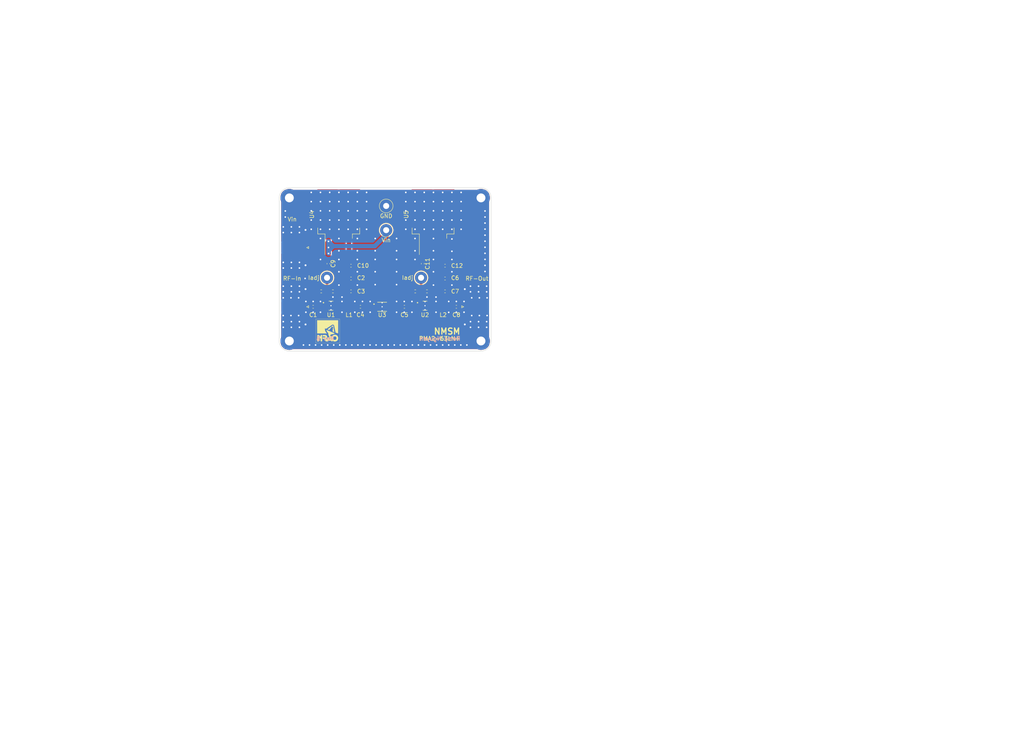
<source format=kicad_pcb>
(kicad_pcb (version 20221018) (generator pcbnew)
  (layers (0 "F.Cu" signal) (1 "In1.Cu" signal) (2 "In2.Cu" signal) (31 "B.Cu" signal) (34 "B.Paste" user) (35 "F.Paste" user) (36 "B.SilkS" user "B.Silkscreen") (37 "F.SilkS" user "F.Silkscreen") (38 "B.Mask" user) (39 "F.Mask" user) (44 "Edge.Cuts" user))
  (net 0 "")
  (net 1 "Net-(U1-RF-IN)")
  (net 2 "Net-(U1-RF-OUT)")
  (net 3 "Vdd1")
  (net 4 "GND")
  (net 5 "Net-(U2-RF-IN)")
  (net 6 "Vdd2")
  (net 7 "Net-(U2-RF-OUT)")
  (net 8 "Vin")
  (net 9 "Net-(U1-LADJ)")
  (net 10 "Net-(U2-LADJ)")
  (net 11 "/LNA Biasing2/LNA-IN")
  (net 12 "/LNA Biasing2/LNA-OUT")
  (net 13 "/LNA Biasing1/LNA-IN")
  (net 14 "/LNA Biasing1/LNA-OUT")
  (footprint "Capacitor_SMD:C_0402_1005Metric" (layer "F.Cu") (at 100.003154 84.862077)
    (fp_text reference "C3")
    (fp_text value "100pF")
  )
  (footprint "MountingHole:MountingHole_2.2mm_M2_Pad" (layer "F.Cu") (at 84.722077 61.682077)
    (fp_text reference "REF**" hide)
    (fp_text value "2.2mm M2" hide)
  )
  (footprint "TestPoint:TestPoint_Loop_D2.54mm_Drill1.5mm_Beaded" (layer "F.Cu") (at 108.722077 69.682077)
    (fp_text reference "TP3")
    (fp_text value "Vin" hide)
  )
  (footprint "Imports:MC1630_MNC" (layer "F.Cu") (at 107.722077 88.694077)
    (fp_text reference "U3")
    (fp_text value "YAT-1A+")
  )
  (footprint "Inductor_SMD:L_0402_1005Metric" (layer "F.Cu") (at 99.523154 88.209077 -90)
    (fp_text reference "L1")
    (fp_text value "56nH")
  )
  (footprint "Resistor_SMD:R_0402_1005Metric" (layer "F.Cu") (at 115.931077 84.862077)
    (fp_text reference "R2" hide)
    (fp_text value "100k")
  )
  (footprint "Capacitor_SMD:C_0402_1005Metric" (layer "F.Cu") (at 90.622077 88.694077)
    (fp_text reference "C1")
    (fp_text value "150pF")
  )
  (footprint "Connector_Coaxial:SMA_Molex_73251-1153_EdgeMount_Horizontal" (layer "F.Cu") (at 129.932077 88.694077 180)
    (fp_text reference "J2")
    (fp_text value "Conn_Coaxial" hide)
  )
  (footprint "Capacitor_SMD:C_0402_1005Metric" (layer "F.Cu") (at 113.242077 88.694077)
    (fp_text reference "C5")
    (fp_text value "150pF")
  )
  (footprint "Capacitor_SMD:C_0402_1005Metric" (layer "F.Cu") (at 94.418954 78.007477 -90)
    (fp_text reference "C9")
    (fp_text value "0.33uF")
  )
  (footprint "Connector_Coaxial:SMA_Molex_73251-1153_EdgeMount_Horizontal" (layer "F.Cu") (at 87.012077 88.694077)
    (fp_text reference "J1")
    (fp_text value "Conn_Coaxial" hide)
  )
  (footprint "Package_TO_SOT_SMD:TO-263-2" (layer "F.Cu") (at 96.958954 65.807477 90)
    (fp_text reference "U4")
    (fp_text value "L7805")
  )
  (footprint "Package_TO_SOT_SMD:TO-263-2" (layer "F.Cu") (at 120.344077 65.807477 90)
    (fp_text reference "U5")
    (fp_text value "L7805")
  )
  (footprint "MountingHole:MountingHole_2.2mm_M2_Pad" (layer "F.Cu") (at 132.222077 97.182077)
    (fp_text reference "REF**" hide)
    (fp_text value "2.2mm M2" hide)
  )
  (footprint "Resistor_SMD:R_0402_1005Metric" (layer "F.Cu") (at 118.831077 84.862077)
    (fp_text reference "R4" hide)
    (fp_text value "100k")
  )
  (footprint "TestPoint:TestPoint_Loop_D2.54mm_Drill1.5mm_Beaded" (layer "F.Cu") (at 108.722077 63.682077)
    (fp_text reference "TP4")
    (fp_text value "GND" hide)
  )
  (footprint "MountingHole:MountingHole_2.2mm_M2_Pad" (layer "F.Cu") (at 132.222077 61.682077)
    (fp_text reference "REF**" hide)
    (fp_text value "2.2mm M2" hide)
  )
  (footprint "FabDrawingTemplates:FabDrawing-4Layer-Metric-Compact" (layer "F.Cu") (at 55 133)
    (fp_text reference "REF**" hide)
    (fp_text value "FabDrawing-4Layer" hide)
  )
  (footprint "Capacitor_SMD:C_0402_1005Metric" (layer "F.Cu") (at 123.312077 78.512077)
    (fp_text reference "C12")
    (fp_text value "0.1uF")
  )
  (footprint "Capacitor_SMD:C_0402_1005Metric" (layer "F.Cu") (at 100.003154 78.512077)
    (fp_text reference "C10")
    (fp_text value "0.1uF")
  )
  (footprint "Capacitor_SMD:C_0402_1005Metric" (layer "F.Cu") (at 117.804077 78.007477 -90)
    (fp_text reference "C11")
    (fp_text value "0.33uF")
  )
  (footprint "Capacitor_SMD:C_0402_1005Metric" (layer "F.Cu") (at 123.312077 84.862077)
    (fp_text reference "C7")
    (fp_text value "100pF")
  )
  (footprint "Capacitor_SMD:C_0402_1005Metric" (layer "F.Cu") (at 100.003154 81.687077)
    (fp_text reference "C2")
    (fp_text value "1uF")
  )
  (footprint "Connector_Coaxial:SMA_Molex_73251-1153_EdgeMount_Horizontal" (layer "F.Cu") (at 87.012077 74.014077)
    (fp_text reference "J3")
    (fp_text value "Conn_Coaxial" hide)
  )
  (footprint "Inductor_SMD:L_0402_1005Metric" (layer "F.Cu") (at 122.832077 88.209077 -90)
    (fp_text reference "L2")
    (fp_text value "56nH")
  )
  (footprint "Resistor_SMD:R_0402_1005Metric" (layer "F.Cu") (at 95.522077 84.862077)
    (fp_text reference "R3" hide)
    (fp_text value "100k")
  )
  (footprint "Imports:SON8_PMA2_MNC" (layer "F.Cu") (at 118.348977 88.428266)
    (fp_text reference "U2")
    (fp_text value "PMA2-63LN+")
  )
  (footprint "MountingHole:MountingHole_2.2mm_M2_Pad" (layer "F.Cu") (at 84.722077 97.182077)
    (fp_text reference "REF**" hide)
    (fp_text value "2.2mm M2" hide)
  )
  (footprint "imports:RF-DFS-GCPW-OSH" (layer "F.Cu") (at 214 118)
    (fp_text reference "G***" hide)
    (fp_text value "LOGO" hide)
  )
  (footprint "Resistor_SMD:R_0402_1005Metric" (layer "F.Cu") (at 92.622077 84.862077)
    (fp_text reference "R1" hide)
    (fp_text value "100k")
  )
  (footprint "Capacitor_SMD:C_0402_1005Metric" (layer "F.Cu") (at 123.312077 81.687077)
    (fp_text reference "C6")
    (fp_text value "1uF")
  )
  (footprint "Imports:SON8_PMA2_MNC" (layer "F.Cu") (at 95.040054 88.428266)
    (fp_text reference "U1")
    (fp_text value "PMA2-63LN+")
  )
  (footprint "Capacitor_SMD:C_0402_1005Metric" (layer "F.Cu") (at 102.345154 88.694077)
    (fp_text reference "C4")
    (fp_text value "150pF")
  )
  (footprint "TestPoint:TestPoint_Loop_D2.54mm_Drill1.5mm_Beaded" (layer "F.Cu") (at 117.371077 81.492077)
    (fp_text reference "TP2")
    (fp_text value "TestPoint" hide)
  )
  (footprint "Capacitor_SMD:C_0402_1005Metric" (layer "F.Cu") (at 126.122077 88.694077)
    (fp_text reference "C8")
    (fp_text value "150pF")
  )
  (footprint "TestPoint:TestPoint_Loop_D2.54mm_Drill1.5mm_Beaded" (layer "F.Cu") (at 94.062077 81.492077)
    (fp_text reference "TP1")
    (fp_text value "TestPoint" hide)
  )
  (footprint "footprints.pretty:nrao1_6mm_silk" (layer "F.Cu") (at 94.222077 94.672077)
    (fp_text reference "G***" hide)
    (fp_text value "LOGO" hide)
  )
  (gr_arc (start 82.222077 61.682077) (mid 82.95431 59.91431) (end 84.722077 59.182077) (stroke (width 0.1)) (layer "Edge.Cuts"))
  (gr_arc (start 84.722077 99.682077) (mid 82.954398 98.949756) (end 82.222077 97.182077) (stroke (width 0.1)) (layer "Edge.Cuts"))
  (gr_line (start 82.222077 97.182077) (end 82.222077 61.682077) (stroke (width 0.1)) (layer "Edge.Cuts"))
  (gr_line (start 134.722077 61.682077) (end 134.722077 97.182077) (stroke (width 0.1)) (layer "Edge.Cuts"))
  (gr_arc (start 134.722077 97.182077) (mid 133.989844 98.949844) (end 132.222077 99.682077) (stroke (width 0.1)) (layer "Edge.Cuts"))
  (gr_line (start 84.722077 59.182077) (end 132.222077 59.182077) (stroke (width 0.1)) (layer "Edge.Cuts"))
  (gr_arc (start 132.222077 59.182077) (mid 133.989932 59.914222) (end 134.722077 61.682077) (stroke (width 0.1)) (layer "Edge.Cuts"))
  (gr_line (start 132.222077 99.682077) (end 84.722077 99.682077) (stroke (width 0.1)) (layer "Edge.Cuts"))
  (gr_text "Remy Nguyen" (at 127.22 97.17) (layer "B.SilkS") (effects (font (size 1 1) (thickness 0.2) bold) (justify left bottom mirror)))
  (gr_text "Rev B" (at 91.3 97.17) (layer "B.SilkS") (effects (font (size 1 1) (thickness 0.2) bold) (justify right bottom mirror)))
  (gr_text "NMSM" (at 127.222077 95.672077) (layer "F.SilkS") (effects (font (size 1.5 1.5) (thickness 0.3) bold) (justify right bottom)))
  (gr_text "PMA2-63LN+" (at 127.222077 97.172077) (layer "F.SilkS") (effects (font (size 1 1) (thickness 0.2) bold) (justify right bottom)))
  (segment (start 91.102077 88.694077) (end 93.084254 88.694077) (width 0.415) (layer "F.Cu") (net 1))
  (segment (start 101.865154 88.694077) (end 96.983154 88.694077) (width 0.415) (layer "F.Cu") (net 2))
  (segment (start 99.523154 87.724077) (end 99.523154 77.548077) (width 0.56) (layer "F.Cu") (net 3))
  (segment (start 96.332077 84.862077) (end 99.523154 84.862077) (width 0.56) (layer "F.Cu") (net 3))
  (via (at 90.150077 67.182) (size 0.8) (drill 0.4) (layers "F.Cu" "B.Cu") (net 4))
  (via (at 133.732077 90.872077) (size 0.8) (drill 0.4) (layers "F.Cu" "B.Cu") (net 4))
  (via (at 109.222077 98.172077) (size 0.8) (drill 0.4) (layers "F.Cu" "B.Cu") (net 4))
  (via (at 97.008077 76.961) (size 0.8) (drill 0.4) (layers "F.Cu" "B.Cu") (net 4))
  (via (at 94.722077 67.182) (size 0.8) (drill 0.4) (layers "F.Cu" "B.Cu") (net 4))
  (via (at 101.580077 71.754) (size 0.8) (drill 0.4) (layers "F.Cu" "B.Cu") (net 4))
  (via (at 107.722077 98.172077) (size 0.8) (drill 0.4) (layers "F.Cu" "B.Cu") (net 4))
  (via (at 133.222077 75.432077) (size 0.8) (drill 0.4) (layers "F.Cu" "B.Cu") (net 4))
  (via (at 90.150077 62.61) (size 0.8) (drill 0.4) (layers "F.Cu" "B.Cu") (net 4))
  (via (at 97.008077 74.802) (size 0.8) (drill 0.4) (layers "F.Cu" "B.Cu") (net 4))
  (via (at 133.222077 67.932077) (size 0.8) (drill 0.4) (layers "F.Cu" "B.Cu") (net 4))
  (via (at 83.211077 86.472077) (size 0.8) (drill 0.4) (layers "F.Cu" "B.Cu") (net 4))
  (via (at 97.008077 64.896) (size 0.8) (drill 0.4) (layers "F.Cu" "B.Cu") (net 4))
  (via (at 118.222077 98.172077) (size 0.8) (drill 0.4) (layers "F.Cu" "B.Cu") (net 4))
  (via (at 120.444 80.009) (size 0.8) (drill 0.4) (layers "F.Cu" "B.Cu") (net 4))
  (via (at 85.222077 77.682077) (size 0.8) (drill 0.4) (layers "F.Cu" "B.Cu") (net 4))
  (via (at 97.008077 69.468) (size 0.8) (drill 0.4) (layers "F.Cu" "B.Cu") (net 4))
  (via (at 83.222077 70.282077) (size 0.8) (drill 0.4) (layers "F.Cu" "B.Cu") (net 4))
  (via (at 101.580077 74.802) (size 0.8) (drill 0.4) (layers "F.Cu" "B.Cu") (net 4))
  (via (at 101.580077 80.009) (size 0.8) (drill 0.4) (layers "F.Cu" "B.Cu") (net 4))
  (via (at 127.302 67.182) (size 0.8) (drill 0.4) (layers "F.Cu" "B.Cu") (net 4))
  (via (at 106 76.952) (size 0.8) (drill 0.4) (layers "F.Cu" "B.Cu") (net 4))
  (via (at 118.158 64.896) (size 0.8) (drill 0.4) (layers "F.Cu" "B.Cu") (net 4))
  (via (at 133.222077 78.432077) (size 0.8) (drill 0.4) (layers "F.Cu" "B.Cu") (net 4))
  (via (at 121.222077 98.172077) (size 0.8) (drill 0.4) (layers "F.Cu" "B.Cu") (net 4))
  (via (at 88.222077 98.172077) (size 0.8) (drill 0.4) (layers "F.Cu" "B.Cu") (net 4))
  (via (at 100.945077 87.375) (size 0.8) (drill 0.4) (layers "F.Cu" "B.Cu") (net 4))
  (via (at 118.158 67.182) (size 0.8) (drill 0.4) (layers "F.Cu" "B.Cu") (net 4))
  (via (at 125.016 83.311) (size 0.8) (drill 0.4) (layers "F.Cu" "B.Cu") (net 4))
  (via (at 101.580077 62.61) (size 0.8) (drill 0.4) (layers "F.Cu" "B.Cu") (net 4))
  (via (at 106 80) (size 0.8) (drill 0.4) (layers "F.Cu" "B.Cu") (net 4))
  (via (at 101.580077 69.468) (size 0.8) (drill 0.4) (layers "F.Cu" "B.Cu") (net 4))
  (via (at 90.150077 69.468) (size 0.8) (drill 0.4) (layers "F.Cu" "B.Cu") (net 4))
  (via (at 120.444 64.896) (size 0.8) (drill 0.4) (layers "F.Cu" "B.Cu") (net 4))
  (via (at 97.770077 90.042) (size 0.8) (drill 0.4) (layers "F.Cu" "B.Cu") (net 4))
  (via (at 89.722077 98.172077) (size 0.8) (drill 0.4) (layers "F.Cu" "B.Cu") (net 4))
  (via (at 97.770077 87.375) (size 0.8) (drill 0.4) (layers "F.Cu" "B.Cu") (net 4))
  (via (at 99.294077 69.468) (size 0.8) (drill 0.4) (layers "F.Cu" "B.Cu") (net 4))
  (via (at 104.722077 98.172077) (size 0.8) (drill 0.4) (layers "F.Cu" "B.Cu") (net 4))
  (via (at 85.222077 83.582077) (size 0.8) (drill 0.4) (layers "F.Cu" "B.Cu") (net 4))
  (via (at 99.294077 67.182) (size 0.8) (drill 0.4) (layers "F.Cu" "B.Cu") (net 4))
  (via (at 111.3 83.202) (size 0.8) (drill 0.4) (layers "F.Cu" "B.Cu") (net 4))
  (via (at 125.722077 98.172077) (size 0.8) (drill 0.4) (layers "F.Cu" "B.Cu") (net 4))
  (via (at 87.222077 92.382077) (size 0.8) (drill 0.4) (layers "F.Cu" "B.Cu") (net 4))
  (via (at 87.022077 86.472077) (size 0.8) (drill 0.4) (layers "F.Cu" "B.Cu") (net 4))
  (via (at 133.732077 86.472077) (size 0.8) (drill 0.4) (layers "F.Cu" "B.Cu") (net 4))
  (via (at 85.122077 86.472077) (size 0.8) (drill 0.4) (layers "F.Cu" "B.Cu") (net 4))
  (via (at 122.73 62.61) (size 0.8) (drill 0.4) (layers "F.Cu" "B.Cu") (net 4))
  (via (at 120.444 69.468) (size 0.8) (drill 0.4) (layers "F.Cu" "B.Cu") (net 4))
  (via (at 101.580077 64.896) (size 0.8) (drill 0.4) (layers "F.Cu" "B.Cu") (net 4))
  (via (at 92.722077 98.172077) (size 0.8) (drill 0.4) (layers "F.Cu" "B.Cu") (net 4))
  (via (at 102.850077 87.375) (size 0.8) (drill 0.4) (layers "F.Cu" "B.Cu") (net 4))
  (via (at 83.222077 68.882077) (size 0.8) (drill 0.4) (layers "F.Cu" "B.Cu") (net 4))
  (via (at 92.436077 69.468) (size 0.8) (drill 0.4) (layers "F.Cu" "B.Cu") (net 4))
  (via (at 115.11 87.375) (size 0.8) (drill 0.4) (layers "F.Cu" "B.Cu") (net 4))
  (via (at 97.772077 86.282077) (size 0.8) (drill 0.4) (layers "F.Cu" "B.Cu") (net 4))
  (via (at 103.866077 60.324) (size 0.8) (drill 0.4) (layers "F.Cu" "B.Cu") (net 4))
  (via (at 124.222077 87.372077) (size 0.8) (drill 0.4) (layers "F.Cu" "B.Cu") (net 4))
  (via (at 99.294077 64.896) (size 0.8) (drill 0.4) (layers "F.Cu" "B.Cu") (net 4))
  (via (at 106 71.754) (size 0.8) (drill 0.4) (layers "F.Cu" "B.Cu") (net 4))
  (via (at 125.016 69.468) (size 0.8) (drill 0.4) (layers "F.Cu" "B.Cu") (net 4))
  (via (at 94.222077 98.172077) (size 0.8) (drill 0.4) (layers "F.Cu" "B.Cu") (net 4))
  (via (at 95.040054 88.428266) (size 0.6) (drill 0.3) (layers "F.Cu" "B.Cu") (net 4))
  (via (at 88.822077 87.375) (size 0.8) (drill 0.4) (layers "F.Cu" "B.Cu") (net 4))
  (via (at 104.755077 90.042) (size 0.8) (drill 0.4) (layers "F.Cu" "B.Cu") (net 4))
  (via (at 133.622077 83.582077) (size 0.8) (drill 0.4) (layers "F.Cu" "B.Cu") (net 4))
  (via (at 97.008077 60.324) (size 0.8) (drill 0.4) (layers "F.Cu" "B.Cu") (net 4))
  (via (at 121.072077 86.282077) (size 0.8) (drill 0.4) (layers "F.Cu" "B.Cu") (net 4))
  (via (at 87.222077 83.582077) (size 0.8) (drill 0.4) (layers "F.Cu" "B.Cu") (net 4))
  (via (at 94.722077 62.61) (size 0.8) (drill 0.4) (layers "F.Cu" "B.Cu") (net 4))
  (via (at 120.444 74.802) (size 0.8) (drill 0.4) (layers "F.Cu" "B.Cu") (net 4))
  (via (at 92.436077 62.61) (size 0.8) (drill 0.4) (layers "F.Cu" "B.Cu") (net 4))
  (via (at 92.436077 71.754) (size 0.8) (drill 0.4) (layers "F.Cu" "B.Cu") (net 4))
  (via (at 94.722077 60.324) (size 0.8) (drill 0.4) (layers "F.Cu" "B.Cu") (net 4))
  (via (at 129.622077 93.782077) (size 0.8) (drill 0.4) (layers "F.Cu" "B.Cu") (net 4))
  (via (at 122.73 64.896) (size 0.8) (drill 0.4) (layers "F.Cu" "B.Cu") (net 4))
  (via (at 113.586 60.324) (size 0.8) (drill 0.4) (layers "F.Cu" "B.Cu") (net 4))
  (via (at 115.872 74.802) (size 0.8) (drill 0.4) (layers "F.Cu" "B.Cu") (net 4))
  (via (at 106 83.202) (size 0.8) (drill 0.4) (layers "F.Cu" "B.Cu") (net 4))
  (via (at 113.205 90.042) (size 0.8) (drill 0.4) (layers "F.Cu" "B.Cu") (net 4))
  (via (at 112.222077 98.172077) (size 0.8) (drill 0.4) (layers "F.Cu" "B.Cu") (net 4))
  (via (at 118.158 62.61) (size 0.8) (drill 0.4) (layers "F.Cu" "B.Cu") (net 4))
  (via (at 121.079 87.375) (size 0.8) (drill 0.4) (layers "F.Cu" "B.Cu") (net 4))
  (via (at 133.622077 93.782077) (size 0.8) (drill 0.4) (layers "F.Cu" "B.Cu") (net 4))
  (via (at 113.586 64.896) (size 0.8) (drill 0.4) (layers "F.Cu" "B.Cu") (net 4))
  (via (at 126.117077 90.039077) (size 0.8) (drill 0.4) (layers "F.Cu" "B.Cu") (net 4))
  (via (at 126.117077 87.372077) (size 0.8) (drill 0.4) (layers "F.Cu" "B.Cu") (net 4))
  (via (at 111.3 87.375) (size 0.8) (drill 0.4) (layers "F.Cu" "B.Cu") (net 4))
  (via (at 120.444 62.61) (size 0.8) (drill 0.4) (layers "F.Cu" "B.Cu") (net 4))
  (via (at 110.722077 98.172077) (size 0.8) (drill 0.4) (layers "F.Cu" "B.Cu") (net 4))
  (via (at 124.222077 98.172077) (size 0.8) (drill 0.4) (layers "F.Cu" "B.Cu") (net 4))
  (via (at 115.222077 98.172077) (size 0.8) (drill 0.4) (layers "F.Cu" "B.Cu") (net 4))
  (via (at 115.11 90.042) (size 0.8) (drill 0.4) (layers "F.Cu" "B.Cu") (net 4))
  (via (at 103.866077 69.468) (size 0.8) (drill 0.4) (layers "F.Cu" "B.Cu") (net 4))
  (via (at 97.008077 71.754) (size 0.8) (drill 0.4) (layers "F.Cu" "B.Cu") (net 4))
  (via (at 133.222077 69.432077) (size 0.8) (drill 0.4) (layers "F.Cu" "B.Cu") (net 4))
  (via (at 88.626077 81.66) (size 0.8) (drill 0.4) (layers "F.Cu" "B.Cu") (net 4))
  (via (at 125.016 60.324) (size 0.8) (drill 0.4) (layers "F.Cu" "B.Cu") (net 4))
  (via (at 101.580077 60.324) (size 0.8) (drill 0.4) (layers "F.Cu" "B.Cu") (net 4))
  (via (at 104.755077 87.375) (size 0.8) (drill 0.4) (layers "F.Cu" "B.Cu") (net 4))
  (via (at 127.302 62.61) (size 0.8) (drill 0.4) (layers "F.Cu" "B.Cu") (net 4))
  (via (at 85.222077 68.882077) (size 0.8) (drill 0.4) (layers "F.Cu" "B.Cu") (net 4))
  (via (at 116.722077 98.172077) (size 0.8) (drill 0.4) (layers "F.Cu" "B.Cu") (net 4))
  (via (at 122.73 67.182) (size 0.8) (drill 0.4) (layers "F.Cu" "B.Cu") (net 4))
  (via (at 103.222077 98.172077) (size 0.8) (drill 0.4) (layers "F.Cu" "B.Cu") (net 4))
  (via (at 133.222077 72.432077) (size 0.8) (drill 0.4) (layers "F.Cu" "B.Cu") (net 4))
  (via (at 103.866077 64.896) (size 0.8) (drill 0.4) (layers "F.Cu" "B.Cu") (net 4))
  (via (at 95.722077 98.172077) (size 0.8) (drill 0.4) (layers "F.Cu" "B.Cu") (net 4))
  (via (at 107.722077 87.694077) (size 0.6) (drill 0.3) (layers "F.Cu" "B.Cu") (net 4))
  (via (at 128.022077 87.372077) (size 0.8) (drill 0.4) (layers "F.Cu" "B.Cu") (net 4))
  (via (at 125.016 62.61) (size 0.8) (drill 0.4) (layers "F.Cu" "B.Cu") (net 4))
  (via (at 133.222077 73.932077) (size 0.8) (drill 0.4) (layers "F.Cu" "B.Cu") (net 4))
  (via (at 118.348977 89.428266) (size 0.6) (drill 0.3) (layers "F.Cu" "B.Cu") (net 4))
  (via (at 129.622077 92.382077) (size 0.8) (drill 0.4) (layers "F.Cu" "B.Cu") (net 4))
  (via (at 128.022077 90.039077) (size 0.8) (drill 0.4) (layers "F.Cu" "B.Cu") (net 4))
  (via (at 113.722077 98.172077) (size 0.8) (drill 0.4) (layers "F.Cu" "B.Cu") (net 4))
  (via (at 97.008077 80.009) (size 0.8) (drill 0.4) (layers "F.Cu" "B.Cu") (net 4))
  (via (at 131.622077 93.782077) (size 0.8) (drill 0.4) (layers "F.Cu" "B.Cu") (net 4))
  (via (at 87.222077 93.782077) (size 0.8) (drill 0.4) (layers "F.Cu" "B.Cu") (net 4))
  (via (at 83.222077 83.582077) (size 0.8) (drill 0.4) (layers "F.Cu" "B.Cu") (net 4))
  (via (at 83.722077 64.932077) (size 0.8) (drill 0.4) (layers "F.Cu" "B.Cu") (net 4))
  (via (at 133.222077 76.932077) (size 0.8) (drill 0.4) (layers "F.Cu" "B.Cu") (net 4))
  (via (at 121.079 90.042) (size 0.8) (drill 0.4) (layers "F.Cu" "B.Cu") (net 4))
  (via (at 120.444 71.754) (size 0.8) (drill 0.4) (layers "F.Cu" "B.Cu") (net 4))
  (via (at 129.622077 83.582077) (size 0.8) (drill 0.4) (layers "F.Cu" "B.Cu") (net 4))
  (via (at 98.722077 98.172077) (size 0.8) (drill 0.4) (layers "F.Cu" "B.Cu") (net 4))
  (via (at 101.580077 76.961) (size 0.8) (drill 0.4) (layers "F.Cu" "B.Cu") (net 4))
  (via (at 125.016 80.009) (size 0.8) (drill 0.4) (layers "F.Cu" "B.Cu") (net 4))
  (via (at 133.222077 79.932077) (size 0.8) (drill 0.4) (layers "F.Cu" "B.Cu") (net 4))
  (via (at 124.222077 90.072077) (size 0.8) (drill 0.4) (layers "F.Cu" "B.Cu") (net 4))
  (via (at 115.872 71.754) (size 0.8) (drill 0.4) (layers "F.Cu" "B.Cu") (net 4))
  (via (at 118.158 69.468) (size 0.8) (drill 0.4) (layers "F.Cu" "B.Cu") (net 4))
  (via (at 83.222077 84.982077) (size 0.8) (drill 0.4) (layers "F.Cu" "B.Cu") (net 4))
  (via (at 90.150077 60.324) (size 0.8) (drill 0.4) (layers "F.Cu" "B.Cu") (net 4))
  (via (at 107.722077 88.694077) (size 0.6) (drill 0.3) (layers "F.Cu" "B.Cu") (net 4))
  (via (at 91.222077 98.172077) (size 0.8) (drill 0.4) (layers "F.Cu" "B.Cu") (net 4))
  (via (at 85.222077 92.382077) (size 0.8) (drill 0.4) (layers "F.Cu" "B.Cu") (net 4))
  (via (at 92.436077 67.182) (size 0.8) (drill 0.4) (layers "F.Cu" "B.Cu") (net 4))
  (via (at 85.222077 70.282077) (size 0.8) (drill 0.4) (layers "F.Cu" "B.Cu") (net 4))
  (via (at 88.822077 90.042) (size 0.8) (drill 0.4) (layers "F.Cu" "B.Cu") (net 4))
  (via (at 95.522077 86.272077) (size 0.8) (drill 0.4) (layers "F.Cu" "B.Cu") (net 4))
  (via (at 87.222077 68.882077) (size 0.8) (drill 0.4) (layers "F.Cu" "B.Cu") (net 4))
  (via (at 129.922077 86.472077) (size 0.8) (drill 0.4) (layers "F.Cu" "B.Cu") (net 4))
  (via (at 97.222077 98.172077) (size 0.8) (drill 0.4) (layers "F.Cu" "B.Cu") (net 4))
  (via (at 111.3 80) (size 0.8) (drill 0.4) (layers "F.Cu" "B.Cu") (net 4))
  (via (at 115.872 62.61) (size 0.8) (drill 0.4) (layers "F.Cu" "B.Cu") (net 4))
  (via (at 85.222077 84.982077) (size 0.8) (drill 0.4) (layers "F.Cu" "B.Cu") (net 4))
  (via (at 83.222077 79.082077) (size 0.8) (drill 0.4) (layers "F.Cu" "B.Cu") (net 4))
  (via (at 83.722077 66.432077) (size 0.8) (drill 0.4) (layers "F.Cu" "B.Cu") (net 4))
  (via (at 90.622077 87.372077) (size 0.8) (drill 0.4) (layers "F.Cu" "B.Cu") (net 4))
  (via (at 97.008077 67.182) (size 0.8) (drill 0.4) (layers "F.Cu" "B.Cu") (net 4))
  (via (at 131.622077 92.382077) (size 0.8) (drill 0.4) (layers "F.Cu" "B.Cu") (net 4))
  (via (at 92.436077 90.042) (size 0.8) (drill 0.4) (layers "F.Cu" "B.Cu") (net 4))
  (via (at 83.222077 93.782077) (size 0.8) (drill 0.4) (layers "F.Cu" "B.Cu") (net 4))
  (via (at 131.827077 86.472077) (size 0.8) (drill 0.4) (layers "F.Cu" "B.Cu") (net 4))
  (via (at 122.73 60.324) (size 0.8) (drill 0.4) (layers "F.Cu" "B.Cu") (net 4))
  (via (at 85.222077 79.082077) (size 0.8) (drill 0.4) (layers "F.Cu" "B.Cu") (net 4))
  (via (at 115.872 64.896) (size 0.8) (drill 0.4) (layers "F.Cu" "B.Cu") (net 4))
  (via (at 125.016 76.961) (size 0.8) (drill 0.4) (layers "F.Cu" "B.Cu") (net 4))
  (via (at 111.3 74.802) (size 0.8) (drill 0.4) (layers "F.Cu" "B.Cu") (net 4))
  (via (at 106.222077 98.172077) (size 0.8) (drill 0.4) (layers "F.Cu" "B.Cu") (net 4))
  (via (at 127.302 64.896) (size 0.8) (drill 0.4) (layers "F.Cu" "B.Cu") (net 4))
  (via (at 103.866077 62.61) (size 0.8) (drill 0.4) (layers "F.Cu" "B.Cu") (net 4))
  (via (at 100.222077 98.172077) (size 0.8) (drill 0.4) (layers "F.Cu" "B.Cu") (net 4))
  (via (at 100.945077 90.042) (size 0.8) (drill 0.4) (layers "F.Cu" "B.Cu") (net 4))
  (via (at 115.872 76.961) (size 0.8) (drill 0.4) (layers "F.Cu" "B.Cu") (net 4))
  (via (at 119.722077 98.172077) (size 0.8) (drill 0.4) (layers "F.Cu" "B.Cu") (net 4))
  (via (at 120.444 76.961) (size 0.8) (drill 0.4) (layers "F.Cu" "B.Cu") (net 4))
  (via (at 128.722077 98.172077) (size 0.8) (drill 0.4) (layers "F.Cu" "B.Cu") (net 4))
  (via (at 125.016 67.182) (size 0.8) (drill 0.4) (layers "F.Cu" "B.Cu") (net 4))
  (via (at 87.222077 79.082077) (size 0.8) (drill 0.4) (layers "F.Cu" "B.Cu") (net 4))
  (via (at 107.722077 89.694077) (size 0.6) (drill 0.3) (layers "F.Cu" "B.Cu") (net 4))
  (via (at 87.222077 70.282077) (size 0.8) (drill 0.4) (layers "F.Cu" "B.Cu") (net 4))
  (via (at 85.116077 90.872077) (size 0.8) (drill 0.4) (layers "F.Cu" "B.Cu") (net 4))
  (via (at 103.866077 67.182) (size 0.8) (drill 0.4) (layers "F.Cu" "B.Cu") (net 4))
  (via (at 92.436077 87.375) (size 0.8) (drill 0.4) (layers "F.Cu" "B.Cu") (net 4))
  (via (at 85.222077 93.782077) (size 0.8) (drill 0.4) (layers "F.Cu" "B.Cu") (net 4))
  (via (at 92.436077 64.896) (size 0.8) (drill 0.4) (layers "F.Cu" "B.Cu") (net 4))
  (via (at 111.3 90.042) (size 0.8) (drill 0.4) (layers "F.Cu" "B.Cu") (net 4))
  (via (at 90.150077 64.896) (size 0.8) (drill 0.4) (layers "F.Cu" "B.Cu") (net 4))
  (via (at 122.73 69.468) (size 0.8) (drill 0.4) (layers "F.Cu" "B.Cu") (net 4))
  (via (at 120.444 83.311) (size 0.8) (drill 0.4) (layers "F.Cu" "B.Cu") (net 4))
  (via (at 131.827077 90.872077) (size 0.8) (drill 0.4) (layers "F.Cu" "B.Cu") (net 4))
  (via (at 83.211077 90.872077) (size 0.8) (drill 0.4) (layers "F.Cu" "B.Cu") (net 4))
  (via (at 101.580077 83.311) (size 0.8) (drill 0.4) (layers "F.Cu" "B.Cu") (net 4))
  (via (at 87.021077 90.872077) (size 0.8) (drill 0.4) (layers "F.Cu" "B.Cu") (net 4))
  (via (at 95.040054 87.428266) (size 0.6) (drill 0.3) (layers "F.Cu" "B.Cu") (net 4))
  (via (at 120.444 60.324) (size 0.8) (drill 0.4) (layers "F.Cu" "B.Cu") (net 4))
  (via (at 127.222077 98.172077) (size 0.8) (drill 0.4) (layers "F.Cu" "B.Cu") (net 4))
  (via (at 87.222077 77.682077) (size 0.8) (drill 0.4) (layers "F.Cu" "B.Cu") (net 4))
  (via (at 92.436077 76.961) (size 0.8) (drill 0.4) (layers "F.Cu" "B.Cu") (net 4))
  (via (at 99.294077 60.324) (size 0.8) (drill 0.4) (layers "F.Cu" "B.Cu") (net 4))
  (via (at 99.294077 62.61) (size 0.8) (drill 0.4) (layers "F.Cu" "B.Cu") (net 4))
  (via (at 133.222077 66.432077) (size 0.8) (drill 0.4) (layers "F.Cu" "B.Cu") (net 4))
  (via (at 125.016 64.896) (size 0.8) (drill 0.4) (layers "F.Cu" "B.Cu") (net 4))
  (via (at 133.222077 70.932077) (size 0.8) (drill 0.4) (layers "F.Cu" "B.Cu") (net 4))
  (via (at 115.872 69.468) (size 0.8) (drill 0.4) (layers "F.Cu" "B.Cu") (net 4))
  (via (at 133.622077 84.982077) (size 0.8) (drill 0.4) (layers "F.Cu" "B.Cu") (net 4))
  (via (at 125.016 74.929) (size 0.8) (drill 0.4) (layers "F.Cu" "B.Cu") (net 4))
  (via (at 127.302 69.468) (size 0.8) (drill 0.4) (layers "F.Cu" "B.Cu") (net 4))
  (via (at 129.622077 84.982077) (size 0.8) (drill 0.4) (layers "F.Cu" "B.Cu") (net 4))
  (via (at 106 74.802) (size 0.8) (drill 0.4) (layers "F.Cu" "B.Cu") (net 4))
  (via (at 131.622077 84.982077) (size 0.8) (drill 0.4) (layers "F.Cu" "B.Cu") (net 4))
  (via (at 97.008077 83.311) (size 0.8) (drill 0.4) (layers "F.Cu" "B.Cu") (net 4))
  (via (at 118.348977 87.428266) (size 0.6) (drill 0.3) (layers "F.Cu" "B.Cu") (net 4))
  (via (at 115.872 60.324) (size 0.8) (drill 0.4) (layers "F.Cu" "B.Cu") (net 4))
  (via (at 94.722077 64.896) (size 0.8) (drill 0.4) (layers "F.Cu" "B.Cu") (net 4))
  (via (at 101.580077 67.182) (size 0.8) (drill 0.4) (layers "F.Cu" "B.Cu") (net 4))
  (via (at 83.222077 77.682077) (size 0.8) (drill 0.4) (layers "F.Cu" "B.Cu") (net 4))
  (via (at 133.222077 64.932077) (size 0.8) (drill 0.4) (layers "F.Cu" "B.Cu") (net 4))
  (via (at 92.436077 60.324) (size 0.8) (drill 0.4) (layers "F.Cu" "B.Cu") (net 4))
  (via (at 122.722077 98.172077) (size 0.8) (drill 0.4) (layers "F.Cu" "B.Cu") (net 4))
  (via (at 87.222077 84.982077) (size 0.8) (drill 0.4) (layers "F.Cu" "B.Cu") (net 4))
  (via (at 113.586 67.182) (size 0.8) (drill 0.4) (layers "F.Cu" "B.Cu") (net 4))
  (via (at 118.831077 86.272077) (size 0.8) (drill 0.4) (layers "F.Cu" "B.Cu") (net 4))
  (via (at 115.872 67.182) (size 0.8) (drill 0.4) (layers "F.Cu" "B.Cu") (net 4))
  (via (at 97.008077 62.61) (size 0.8) (drill 0.4) (layers "F.Cu" "B.Cu") (net 4))
  (via (at 131.622077 83.582077) (size 0.8) (drill 0.4) (layers "F.Cu" "B.Cu") (net 4))
  (via (at 133.622077 92.382077) (size 0.8) (drill 0.4) (layers "F.Cu" "B.Cu") (net 4))
  (via (at 118.348977 88.428266) (size 0.6) (drill 0.3) (layers "F.Cu" "B.Cu") (net 4))
  (via (at 95.040054 89.428266) (size 0.6) (drill 0.3) (layers "F.Cu" "B.Cu") (net 4))
  (via (at 111.3 76.952) (size 0.8) (drill 0.4) (layers "F.Cu" "B.Cu") (net 4))
  (via (at 113.205 87.375) (size 0.8) (drill 0.4) (layers "F.Cu" "B.Cu") (net 4))
  (via (at 120.444 67.182) (size 0.8) (drill 0.4) (layers "F.Cu" "B.Cu") (net 4))
  (via (at 102.850077 90.042) (size 0.8) (drill 0.4) (layers "F.Cu" "B.Cu") (net 4))
  (via (at 113.586 62.61) (size 0.8) (drill 0.4) (layers "F.Cu" "B.Cu") (net 4))
  (via (at 94.722077 69.468) (size 0.8) (drill 0.4) (layers "F.Cu" "B.Cu") (net 4))
  (via (at 129.922077 90.872077) (size 0.8) (drill 0.4) (layers "F.Cu" "B.Cu") (net 4))
  (via (at 118.158 60.324) (size 0.8) (drill 0.4) (layers "F.Cu" "B.Cu") (net 4))
  (via (at 90.622077 90.042) (size 0.8) (drill 0.4) (layers "F.Cu" "B.Cu") (net 4))
  (via (at 101.722077 98.172077) (size 0.8) (drill 0.4) (layers "F.Cu" "B.Cu") (net 4))
  (via (at 83.222077 92.382077) (size 0.8) (drill 0.4) (layers "F.Cu" "B.Cu") (net 4))
  (via (at 125.016 71.881) (size 0.8) (drill 0.4) (layers "F.Cu" "B.Cu") (net 4))
  (via (at 111.3 71.754) (size 0.8) (drill 0.4) (layers "F.Cu" "B.Cu") (net 4))
  (via (at 113.586 69.468) (size 0.8) (drill 0.4) (layers "F.Cu" "B.Cu") (net 4))
  (via (at 127.302 60.324) (size 0.8) (drill 0.4) (layers "F.Cu" "B.Cu") (net 4))
  (segment (start 113.722077 88.694077) (end 116.393177 88.694077) (width 0.415) (layer "F.Cu") (net 5))
  (segment (start 119.622077 84.862077) (end 122.832077 84.862077) (width 0.56) (layer "F.Cu") (net 6))
  (segment (start 122.832077 87.724077) (end 122.832077 77.548077) (width 0.56) (layer "F.Cu") (net 6))
  (segment (start 125.642077 88.694077) (end 120.135769 88.694077) (width 0.415) (layer "F.Cu") (net 7))
  (segment (start 108.722077 71.803397) (end 110.100757 73.182077) (width 1.2) (layer "F.Cu") (net 8))
  (segment (start 108.722077 69.682077) (end 108.722077 71.803397) (width 1.2) (layer "F.Cu") (net 8))
  (segment (start 94.418954 75.4752) (end 94.418954 75.921277) (width 1.1) (layer "F.Cu") (net 8))
  (segment (start 94.418954 73.457477) (end 94.418954 73.978954) (width 1.1) (layer "F.Cu") (net 8))
  (segment (start 94.422077 73.982077) (end 94.418954 73.9852) (width 1.1) (layer "F.Cu") (net 8))
  (segment (start 94.418954 73.978954) (end 94.422077 73.982077) (width 1.1) (layer "F.Cu") (net 8))
  (segment (start 94.418954 75.468954) (end 94.422077 75.472077) (width 1.1) (layer "F.Cu") (net 8))
  (segment (start 94.422077 75.472077) (end 94.418954 75.4752) (width 1.1) (layer "F.Cu") (net 8))
  (segment (start 85.092077 74.014077) (end 92.554077 74.014077) (width 1.2) (layer "F.Cu") (net 8))
  (segment (start 110.100757 73.182077) (end 115.472077 73.182077) (width 1.2) (layer "F.Cu") (net 8))
  (segment (start 117.804077 73.457477) (end 117.804077 75.972077) (width 1.1) (layer "F.Cu") (net 8))
  (segment (start 94.418954 73.9852) (end 94.418954 75.468954) (width 1.1) (layer "F.Cu") (net 8))
  (via (at 94.422077 72.472077) (size 0.8) (drill 0.4) (layers "F.Cu" "B.Cu") (net 8))
  (via (at 94.422077 73.982077) (size 0.8) (drill 0.4) (layers "F.Cu" "B.Cu") (net 8))
  (via (at 94.422077 75.472077) (size 0.8) (drill 0.4) (layers "F.Cu" "B.Cu") (net 8))
  (segment (start 95.602 73.652) (end 105.880423 73.652) (width 1.1) (layer "B.Cu") (net 8))
  (segment (start 95.602 73.652) (end 94.422077 72.472077) (width 1.1) (layer "B.Cu") (net 8))
  (segment (start 108.722077 70.810346) (end 108.722077 69.682077) (width 1.1) (layer "B.Cu") (net 8))
  (segment (start 95.602 73.652) (end 94.422077 74.831923) (width 1.1) (layer "B.Cu") (net 8))
  (segment (start 105.880423 73.652) (end 108.722077 70.810346) (width 1.1) (layer "B.Cu") (net 8))
  (segment (start 94.422077 72.472077) (end 94.422077 75.472077) (width 1.1) (layer "B.Cu") (net 8))
  (segment (start 94.062154 81.492154) (end 94.062077 81.492077) (width 0.63) (layer "F.Cu") (net 9))
  (segment (start 93.435769 84.862077) (end 94.735769 84.862077) (width 0.63) (layer "F.Cu") (net 9))
  (segment (start 94.062154 87.297077) (end 94.062154 81.492154) (width 0.63) (layer "F.Cu") (net 9))
  (segment (start 116.735769 84.862077) (end 118.035769 84.862077) (width 0.63) (layer "F.Cu") (net 10))
  (segment (start 117.371077 87.297077) (end 117.371077 81.492077) (width 0.63) (layer "F.Cu") (net 10))
  (segment (start 112.722077 88.694077) (end 109.722077 88.694077) (width 0.415) (layer "F.Cu") (net 11))
  (segment (start 126.602077 88.694077) (end 131.652077 88.694077) (width 0.415) (layer "F.Cu") (net 12))
  (segment (start 90.142077 88.694077) (end 85.092077 88.694077) (width 0.415) (layer "F.Cu") (net 13))
  (segment (start 102.825154 88.694077) (end 105.722077 88.694077) (width 0.415) (layer "F.Cu") (net 14))
  (zone (net 4) (net_name "GND") (layer "F.Cu") (name "GCPW") (priority 2) (connect_pads yes (clearance 0.6)) (min_thickness 0.0254) (fill yes (thermal_gap 0.5) (thermal_bridge_width 0.5) (island_removal_mode 1) (island_area_min 10))
    (polygon (pts (xy 89.522077 87.872077) (xy 89.522077 90.172077) (xy 127.222077 90.172077) (xy 127.222077 87.872077)))
  )
  (zone (net 8) (net_name "Vin") (layer "F.Cu") (priority 17540) (connect_pads yes (clearance 0)) (min_thickness 0.0254) (fill yes (thermal_gap 0.5) (thermal_bridge_width 0.5))
    (polygon (pts (xy 117.804077 75.889577) (xy 117.254077 75.966477) (xy 117.260797 76.222143) (xy 117.279037 76.4426) (xy 117.305916 76.634927) (xy 117.338557 76.806204) (xy 117.374077 76.963511) (xy 117.409597 77.113927) (xy 117.442237 77.264532) (xy 117.469117 77.422405) (xy 117.487357 77.594627) (xy 117.494077 77.707477) (xy 117.494077 77.807477) (xy 117.804077 77.807477) (xy 118.114077 77.807477) (xy 118.114077 77.707477) (xy 118.120797 77.594627) (xy 118.139037 77.422405) (xy 118.165916 77.264532) (xy 118.198557 77.113927) (xy 118.234077 76.963511) (xy 118.269597 76.806204) (xy 118.302237 76.634927) (xy 118.329117 76.4426) (xy 118.347357 76.222143) (xy 118.354077 75.966477)))
  )
  (zone (net 7) (net_name "Net-(U2-RF-OUT)") (layer "F.Cu") (priority 17540) (connect_pads yes (clearance 0)) (min_thickness 0.0254) (fill yes (thermal_gap 0.5) (thermal_bridge_width 0.5))
    (polygon (pts (xy 120.166894 88.694077) (xy 120.142373 88.486577) (xy 120.051979 88.487874) (xy 119.973814 88.491376) (xy 119.905428 88.496496) (xy 119.844374 88.502647) (xy 119.788203 88.509243) (xy 119.734466 88.515696) (xy 119.680715 88.521421) (xy 119.624502 88.52583) (xy 119.563378 88.528338) (xy 119.494896 88.528358) (xy 119.329796 88.528358) (xy 119.308881 88.677979) (xy 119.326877 88.828329) (xy 119.491977 88.828329) (xy 119.560994 88.830379) (xy 119.62245 88.835946) (xy 119.67885 88.84415) (xy 119.732697 88.854112) (xy 119.786494 88.864953) (xy 119.842746 88.875793) (xy 119.903956 88.885755) (xy 119.972628 88.893959) (xy 120.051266 88.899526) (xy 120.142373 88.901577)))
  )
  (zone (net 9) (net_name "Net-(U1-LADJ)") (layer "F.Cu") (priority 17540) (connect_pads yes (clearance 0)) (min_thickness 0.0254) (fill yes (thermal_gap 0.5) (thermal_bridge_width 0.5) (smoothing fillet) (radius 2.54))
    (polygon (pts (xy 93.503019 84.862077) (xy 93.461169 84.547077) (xy 93.43411 84.546937) (xy 93.410695 84.546557) (xy 93.390194 84.545996) (xy 93.371879 84.545317) (xy 93.355021 84.544577) (xy 93.338892 84.543837) (xy 93.322761 84.543156) (xy 93.305901 84.542597) (xy 93.287582 84.542217) (xy 93.267077 84.542077) (xy 93.132077 84.542077) (xy 93.093677 84.862077) (xy 93.132077 85.182077) (xy 93.267077 85.182077) (xy 93.287582 85.181937) (xy 93.305901 85.181557) (xy 93.322761 85.180996) (xy 93.338892 85.180317) (xy 93.355021 85.179577) (xy 93.371879 85.178837) (xy 93.390194 85.178156) (xy 93.410695 85.177597) (xy 93.43411 85.177217) (xy 93.461169 85.177077)))
  )
  (zone (net 9) (net_name "Net-(U1-LADJ)") (layer "F.Cu") (priority 17540) (connect_pads yes (clearance 0)) (min_thickness 0.0254) (fill yes (thermal_gap 0.5) (thermal_bridge_width 0.5) (smoothing fillet) (radius 2.54))
    (polygon (pts (xy 94.638519 84.862077) (xy 94.680369 85.177077) (xy 94.707792 85.177217) (xy 94.731522 85.177597) (xy 94.752299 85.178156) (xy 94.770861 85.178837) (xy 94.787946 85.179577) (xy 94.804293 85.180317) (xy 94.820641 85.180996) (xy 94.837729 85.181557) (xy 94.856294 85.181937) (xy 94.877077 85.182077) (xy 95.012077 85.182077) (xy 95.050477 84.862077) (xy 95.012077 84.542077) (xy 94.877077 84.542077) (xy 94.856294 84.542217) (xy 94.837729 84.542597) (xy 94.820641 84.543156) (xy 94.804293 84.543837) (xy 94.787946 84.544577) (xy 94.770861 84.545317) (xy 94.752299 84.545996) (xy 94.731522 84.546557) (xy 94.707792 84.546937) (xy 94.680369 84.547077)))
  )
  (zone (net 1) (net_name "Net-(U1-RF-IN)") (layer "F.Cu") (priority 17540) (connect_pads yes (clearance 0)) (min_thickness 0.0254) (fill yes (thermal_gap 0.5) (thermal_bridge_width 0.5))
    (polygon (pts (xy 93.053129 88.694077) (xy 93.07765 88.901577) (xy 93.192218 88.899526) (xy 93.291204 88.893959) (xy 93.377733 88.885755) (xy 93.454928 88.875793) (xy 93.525914 88.864953) (xy 93.593815 88.854112) (xy 93.661755 88.84415) (xy 93.732859 88.835946) (xy 93.81025 88.830379) (xy 93.897054 88.828329) (xy 94.062154 88.828329) (xy 94.080151 88.67804) (xy 94.059739 88.528349) (xy 93.894639 88.528349) (xy 93.808271 88.528379) (xy 93.731154 88.525901) (xy 93.660207 88.521504) (xy 93.592351 88.515778) (xy 93.524506 88.509315) (xy 93.453591 88.502703) (xy 93.376529 88.496533) (xy 93.290237 88.491395) (xy 93.191637 88.487879) (xy 93.07765 88.486577)))
  )
  (zone (net 11) (net_name "/LNA Biasing2/LNA-IN") (layer "F.Cu") (priority 17540) (connect_pads yes (clearance 0)) (min_thickness 0.0254) (fill yes (thermal_gap 0.5) (thermal_bridge_width 0.5))
    (polygon (pts (xy 109.753202 88.694077) (xy 109.728681 88.486577) (xy 109.607595 88.489542) (xy 109.503134 88.49759) (xy 109.411957 88.509451) (xy 109.330724 88.523853) (xy 109.256094 88.539527) (xy 109.184726 88.5552) (xy 109.113281 88.569602) (xy 109.038418 88.581463) (xy 108.956797 88.589511) (xy 108.865077 88.592477) (xy 108.699977 88.592477) (xy 108.687785 88.694077) (xy 108.699977 88.795677) (xy 108.865077 88.795677) (xy 108.956797 88.798642) (xy 109.038418 88.80669) (xy 109.113281 88.818551) (xy 109.184726 88.832953) (xy 109.256094 88.848627) (xy 109.330724 88.8643) (xy 109.411957 88.878702) (xy 109.503134 88.890563) (xy 109.607595 88.898611) (xy 109.728681 88.901577)))
  )
  (zone (net 4) (net_name "GND") (layer "F.Cu") (name "GCPW") (priority 2) (connect_pads yes (clearance 0.6)) (min_thickness 0.0254) (fill yes (thermal_gap 0.5) (thermal_bridge_width 0.5) (island_removal_mode 1) (island_area_min 10))
    (polygon (pts (xy 82.721628 86.213376) (xy 82.721628 91.113376) (xy 89.521628 91.113376) (xy 89.521628 86.213376)))
  )
  (zone (net 8) (net_name "Vin") (layer "F.Cu") (priority 17540) (connect_pads yes (clearance 0)) (min_thickness 0.0254) (fill yes (thermal_gap 0.5) (thermal_bridge_width 0.5))
    (polygon (pts (xy 94.418954 75.838777) (xy 93.868954 75.915677) (xy 93.875674 76.178321) (xy 93.893914 76.404838) (xy 93.920793 76.602492) (xy 93.953434 76.778543) (xy 93.988954 76.940254) (xy 94.024474 77.094887) (xy 94.057113 77.249703) (xy 94.083994 77.411966) (xy 94.102234 77.588936) (xy 94.108954 77.707477) (xy 94.108954 77.807477) (xy 94.418954 77.807477) (xy 94.728954 77.807477) (xy 94.728954 77.707477) (xy 94.735674 77.588936) (xy 94.753914 77.411966) (xy 94.780793 77.249703) (xy 94.813434 77.094887) (xy 94.848954 76.940254) (xy 94.884474 76.778543) (xy 94.917113 76.602492) (xy 94.943994 76.404838) (xy 94.962234 76.178321) (xy 94.968954 75.915677)))
  )
  (zone (net 2) (net_name "Net-(U1-RF-OUT)") (layer "F.Cu") (priority 17540) (connect_pads yes (clearance 0)) (min_thickness 0.0254) (fill yes (thermal_gap 0.5) (thermal_bridge_width 0.5))
    (polygon (pts (xy 97.014279 88.694077) (xy 96.989758 88.486577) (xy 96.877542 88.487879) (xy 96.780478 88.491394) (xy 96.695531 88.49653) (xy 96.619671 88.502699) (xy 96.549864 88.50931) (xy 96.483078 88.515773) (xy 96.416281 88.521498) (xy 96.346441 88.525896) (xy 96.270525 88.528376) (xy 96.185501 88.528349) (xy 96.020401 88.528349) (xy 95.999957 88.678036) (xy 96.017954 88.828329) (xy 96.183054 88.828329) (xy 96.268519 88.830379) (xy 96.344713 88.835946) (xy 96.414712 88.84415) (xy 96.481594 88.854112) (xy 96.548436 88.864953) (xy 96.618315 88.875793) (xy 96.69431 88.885755) (xy 96.779497 88.893959) (xy 96.876954 88.899526) (xy 96.989758 88.901577)))
  )
  (zone (net 9) (net_name "Net-(U1-LADJ)") (layer "F.Cu") (priority 17540) (connect_pads yes (clearance 0)) (min_thickness 0.0254) (fill yes (thermal_gap 0.5) (thermal_bridge_width 0.5) (smoothing fillet) (radius 2.54))
    (polygon (pts (xy 94.062154 87.249827) (xy 93.747154 87.295299) (xy 93.746728 87.342491) (xy 93.745573 87.383317) (xy 93.74387 87.419051) (xy 93.741803 87.450966) (xy 93.739554 87.480338) (xy 93.737304 87.508439) (xy 93.735237 87.536544) (xy 93.733534 87.565928) (xy 93.732379 87.597864) (xy 93.731954 87.633627) (xy 93.731954 87.678077) (xy 94.062154 87.717701) (xy 94.392354 87.678077) (xy 94.392354 87.633627) (xy 94.391928 87.597864) (xy 94.390773 87.565928) (xy 94.38907 87.536544) (xy 94.387003 87.508439) (xy 94.384754 87.480338) (xy 94.382504 87.450966) (xy 94.380437 87.419051) (xy 94.378734 87.383317) (xy 94.377579 87.342491) (xy 94.377154 87.295299)))
  )
  (zone (net 3) (net_name "Vdd1") (layer "F.Cu") (name "GCPW") (priority 17540) (connect_pads yes (clearance 0)) (min_thickness 0.0254) (fill yes (thermal_gap 0.5) (thermal_bridge_width 0.5) (island_removal_mode 1) (island_area_min 10))
    (polygon (pts (xy 96.394077 84.862077) (xy 96.357477 84.582077) (xy 96.330477 84.580957) (xy 96.307324 84.577917) (xy 96.28724 84.573436) (xy 96.269444 84.567997) (xy 96.253157 84.562077) (xy 96.237599 84.556157) (xy 96.221992 84.550717) (xy 96.205556 84.546237) (xy 96.18751 84.543197) (xy 96.167077 84.542077) (xy 96.032077 84.542077) (xy 95.993677 84.862077) (xy 96.032077 85.182077) (xy 96.167077 85.182077) (xy 96.18751 85.180957) (xy 96.205556 85.177917) (xy 96.221992 85.173436) (xy 96.237599 85.167997) (xy 96.253157 85.162077) (xy 96.269444 85.156157) (xy 96.28724 85.150717) (xy 96.307324 85.146237) (xy 96.330477 85.143197) (xy 96.357477 85.142077)))
  )
  (zone (net 10) (net_name "Net-(U2-LADJ)") (layer "F.Cu") (priority 17540) (connect_pads yes (clearance 0)) (min_thickness 0.0254) (fill yes (thermal_gap 0.5) (thermal_bridge_width 0.5) (smoothing fillet) (radius 2.54))
    (polygon (pts (xy 116.813019 84.862077) (xy 116.771169 84.547077) (xy 116.74397 84.546937) (xy 116.720435 84.546557) (xy 116.699828 84.545996) (xy 116.681419 84.545317) (xy 116.664475 84.544577) (xy 116.648262 84.543837) (xy 116.632048 84.543156) (xy 116.615101 84.542597) (xy 116.596688 84.542217) (xy 116.576077 84.542077) (xy 116.441077 84.542077) (xy 116.402677 84.862077) (xy 116.441077 85.182077) (xy 116.576077 85.182077) (xy 116.596688 85.181937) (xy 116.615101 85.181557) (xy 116.632048 85.180996) (xy 116.648262 85.180317) (xy 116.664475 85.179577) (xy 116.681419 85.178837) (xy 116.699828 85.178156) (xy 116.720435 85.177597) (xy 116.74397 85.177217) (xy 116.771169 85.177077)))
  )
  (zone (net 10) (net_name "Net-(U2-LADJ)") (layer "F.Cu") (priority 17540) (connect_pads yes (clearance 0)) (min_thickness 0.0254) (fill yes (thermal_gap 0.5) (thermal_bridge_width 0.5) (smoothing fillet) (radius 2.54))
    (polygon (pts (xy 117.948519 84.862077) (xy 117.990369 85.177077) (xy 118.017652 85.177217) (xy 118.041263 85.177597) (xy 118.061934 85.178156) (xy 118.080401 85.178837) (xy 118.097399 85.179577) (xy 118.113663 85.180317) (xy 118.129928 85.180996) (xy 118.146929 85.181557) (xy 118.1654 85.181937) (xy 118.186077 85.182077) (xy 118.321077 85.182077) (xy 118.359477 84.862077) (xy 118.321077 84.542077) (xy 118.186077 84.542077) (xy 118.1654 84.542217) (xy 118.146929 84.542597) (xy 118.129928 84.543156) (xy 118.113663 84.543837) (xy 118.097399 84.544577) (xy 118.080401 84.545317) (xy 118.061934 84.545996) (xy 118.041263 84.546557) (xy 118.017652 84.546937) (xy 117.990369 84.547077)))
  )
  (zone (net 8) (net_name "Vin") (layer "F.Cu") (priority 17540) (connect_pads yes (clearance 0)) (min_thickness 0.0254) (fill yes (thermal_gap 0.5) (thermal_bridge_width 0.5))
    (polygon (pts (xy 115.382077 73.182077) (xy 115.461077 73.782077) (xy 115.807826 73.833785) (xy 116.063653 73.974638) (xy 116.248743 74.183227) (xy 116.383281 74.438143) (xy 116.487453 74.717976) (xy 116.581446 75.001319) (xy 116.685444 75.266762) (xy 116.819634 75.492896) (xy 116.912077 75.662077) (xy 117.062077 75.952077) (xy 117.279037 76.4426) (xy 118.078172 73.489846) (xy 117.804077 71.157477) (xy 117.529077 71.157477) (xy 117.276241 71.197365) (xy 117.07293 71.305635) (xy 116.904407 71.46519) (xy 116.755939 71.658936) (xy 116.612789 71.869777) (xy 116.460222 72.080617) (xy 116.283502 72.274363) (xy 116.067895 72.433918) (xy 115.798665 72.542188) (xy 115.461077 72.582077)))
  )
  (zone (net 3) (net_name "Vdd1") (layer "F.Cu") (priority 17540) (connect_pads yes (clearance 0)) (min_thickness 0.0254) (fill yes (thermal_gap 0.5) (thermal_bridge_width 0.5) (smoothing fillet) (radius 2.54))
    (polygon (pts (xy 99.523154 77.590077) (xy 99.803154 77.594077) (xy 99.810036 77.176694) (xy 99.828717 76.815985) (xy 99.856246 76.50059) (xy 99.889675 76.21915) (xy 99.926054 75.960306) (xy 99.962432 75.7127) (xy 99.995861 75.464973) (xy 100.02339 75.205766) (xy 100.042071 74.92372) (xy 100.048954 74.607477) (xy 100.048954 73.457477) (xy 99.498564 73.391479) (xy 98.948964 73.46073) (xy 98.948964 74.61073) (xy 98.958817 74.926964) (xy 98.982112 75.20878) (xy 99.015441 75.467594) (xy 99.055391 75.71482) (xy 99.098552 75.961873) (xy 99.141514 76.220168) (xy 99.180865 76.501121) (xy 99.213196 76.816147) (xy 99.235096 77.17666) (xy 99.243154 77.594077)))
  )
  (zone (net 10) (net_name "Net-(U2-LADJ)") (layer "F.Cu") (priority 17540) (connect_pads yes (clearance 0)) (min_thickness 0.0254) (fill yes (thermal_gap 0.5) (thermal_bridge_width 0.5) (smoothing fillet) (radius 2.54))
    (polygon (pts (xy 117.371077 87.249827) (xy 117.056077 87.295299) (xy 117.055651 87.342491) (xy 117.054496 87.383317) (xy 117.052793 87.419051) (xy 117.050726 87.450966) (xy 117.048477 87.480338) (xy 117.046227 87.508439) (xy 117.04416 87.536544) (xy 117.042457 87.565928) (xy 117.041302 87.597864) (xy 117.040877 87.633627) (xy 117.040877 87.678077) (xy 117.371077 87.717701) (xy 117.701277 87.678077) (xy 117.701277 87.633627) (xy 117.700851 87.597864) (xy 117.699696 87.565928) (xy 117.697993 87.536544) (xy 117.695926 87.508439) (xy 117.693677 87.480338) (xy 117.691427 87.450966) (xy 117.68936 87.419051) (xy 117.687657 87.383317) (xy 117.686502 87.342491) (xy 117.686077 87.295299)))
  )
  (zone (net 4) (net_name "GND") (layer "F.Cu") (priority 2) (connect_pads yes (clearance 0.12)) (min_thickness 0.1) (fill yes (thermal_gap 0.5) (thermal_bridge_width 0.5) (smoothing fillet) (radius 3))
    (polygon (pts (xy 116.990054 88.038266) (xy 118.040054 88.038266) (xy 118.040054 87.128266) (xy 118.660054 87.128266) (xy 118.660054 88.038266) (xy 119.710054 88.038266) (xy 119.710054 88.318266) (xy 118.660054 88.318266) (xy 118.660054 89.038266) (xy 119.710054 89.038266) (xy 119.710054 89.768266) (xy 116.990054 89.768266) (xy 116.990054 89.038266) (xy 118.040054 89.038266) (xy 118.040054 88.318266) (xy 116.990054 88.318266)))
  )
  (zone (net 8) (net_name "Vin") (layer "F.Cu") (priority 17540) (connect_pads yes (clearance 0)) (min_thickness 0.0254) (fill yes (thermal_gap 0.5) (thermal_bridge_width 0.5))
    (polygon (pts (xy 92.343077 74.012077) (xy 92.422077 74.612077) (xy 92.768826 74.663785) (xy 93.024653 74.804638) (xy 93.209743 75.013227) (xy 93.344281 75.268143) (xy 93.448453 75.547976) (xy 93.592077 75.822077) (xy 93.702077 76.092077) (xy 93.772077 76.272077) (xy 93.872077 76.502077) (xy 93.972077 76.862077) (xy 94.495331 76.571604) (xy 94.742077 74.319846) (xy 94.765077 71.987477) (xy 94.490077 71.987477) (xy 94.237241 72.027365) (xy 94.03393 72.135635) (xy 93.865407 72.29519) (xy 93.716939 72.488936) (xy 93.573789 72.699777) (xy 93.421222 72.910617) (xy 93.244502 73.104363) (xy 93.028895 73.263918) (xy 92.759665 73.372188) (xy 92.422077 73.412077)))
  )
  (zone (net 5) (net_name "Net-(U2-RF-IN)") (layer "F.Cu") (priority 17540) (connect_pads yes (clearance 0)) (min_thickness 0.0254) (fill yes (thermal_gap 0.5) (thermal_bridge_width 0.5))
    (polygon (pts (xy 116.362052 88.694077) (xy 116.386573 88.901577) (xy 116.501141 88.899526) (xy 116.600127 88.893959) (xy 116.686656 88.885755) (xy 116.763851 88.875793) (xy 116.834837 88.864953) (xy 116.902738 88.854112) (xy 116.970678 88.84415) (xy 117.041782 88.835946) (xy 117.119173 88.830379) (xy 117.205977 88.828329) (xy 117.371077 88.828329) (xy 117.389074 88.67804) (xy 117.368662 88.528349) (xy 117.203562 88.528349) (xy 117.117194 88.528379) (xy 117.040077 88.525901) (xy 116.96913 88.521504) (xy 116.901274 88.515778) (xy 116.833429 88.509315) (xy 116.762514 88.502703) (xy 116.685452 88.496533) (xy 116.59916 88.491395) (xy 116.50056 88.487879) (xy 116.386573 88.486577)))
  )
  (zone (net 6) (net_name "Vdd2") (layer "F.Cu") (priority 17540) (connect_pads yes (clearance 0)) (min_thickness 0.0254) (fill yes (thermal_gap 0.5) (thermal_bridge_width 0.5) (smoothing fillet) (radius 2.54))
    (polygon (pts (xy 122.832077 77.590077) (xy 123.112077 77.594077) (xy 123.120706 77.176859) (xy 123.144188 76.816664) (xy 123.178919 76.502045) (xy 123.221291 76.221557) (xy 123.267697 75.963755) (xy 123.314532 75.717195) (xy 123.358189 75.470432) (xy 123.395063 75.212019) (xy 123.421545 74.930513) (xy 123.434032 74.614468) (xy 123.434032 73.464468) (xy 122.884915 73.391483) (xy 122.334077 73.457477) (xy 122.334077 74.607477) (xy 122.340181 74.923553) (xy 122.356749 75.205559) (xy 122.381164 75.464821) (xy 122.410813 75.712662) (xy 122.443077 75.960407) (xy 122.475341 76.219382) (xy 122.504989 76.500912) (xy 122.529405 76.816321) (xy 122.545973 77.176934) (xy 122.552077 77.594077)))
  )
  (zone (net 4) (net_name "GND") (layer "F.Cu") (name "GCPW") (priority 2) (connect_pads yes (clearance 0.6)) (min_thickness 0.0254) (fill yes (thermal_gap 0.5) (thermal_bridge_width 0.5) (island_removal_mode 1) (island_area_min 10))
    (polygon (pts (xy 127.222077 86.213376) (xy 127.222077 91.113376) (xy 134.222077 91.113376) (xy 134.222077 86.213376)))
  )
  (zone (net 6) (net_name "Vdd2") (layer "F.Cu") (name "GCPW") (priority 17540) (connect_pads yes (clearance 0)) (min_thickness 0.0254) (fill yes (thermal_gap 0.5) (thermal_bridge_width 0.5) (island_removal_mode 1) (island_area_min 10))
    (polygon (pts (xy 119.704077 84.862077) (xy 119.667477 84.582077) (xy 119.64034 84.580957) (xy 119.617067 84.577917) (xy 119.596877 84.573436) (xy 119.578986 84.567997) (xy 119.562611 84.562077) (xy 119.546969 84.556157) (xy 119.531277 84.550717) (xy 119.514753 84.546237) (xy 119.496614 84.543197) (xy 119.476077 84.542077) (xy 119.341077 84.542077) (xy 119.302677 84.862077) (xy 119.341077 85.182077) (xy 119.476077 85.182077) (xy 119.496614 85.180957) (xy 119.514753 85.177917) (xy 119.531277 85.173436) (xy 119.546969 85.167997) (xy 119.562611 85.162077) (xy 119.578986 85.156157) (xy 119.596877 85.150717) (xy 119.617067 85.146237) (xy 119.64034 85.143197) (xy 119.667477 85.142077)))
  )
  (zone (net 14) (net_name "/LNA Biasing1/LNA-OUT") (layer "F.Cu") (priority 17540) (connect_pads yes (clearance 0)) (min_thickness 0.0254) (fill yes (thermal_gap 0.5) (thermal_bridge_width 0.5))
    (polygon (pts (xy 105.690952 88.694077) (xy 105.715473 88.901577) (xy 105.836558 88.898611) (xy 105.941019 88.890563) (xy 106.032196 88.878702) (xy 106.113429 88.8643) (xy 106.188059 88.848627) (xy 106.259427 88.832953) (xy 106.330872 88.818551) (xy 106.405735 88.80669) (xy 106.487356 88.798642) (xy 106.579077 88.795677) (xy 106.744177 88.795677) (xy 106.756369 88.694077) (xy 106.744177 88.592477) (xy 106.579077 88.592477) (xy 106.487356 88.589511) (xy 106.405735 88.581463) (xy 106.330872 88.569602) (xy 106.259427 88.5552) (xy 106.188059 88.539527) (xy 106.113429 88.523853) (xy 106.032196 88.509451) (xy 105.941019 88.49759) (xy 105.836558 88.489542) (xy 105.715473 88.486577)))
  )
  (zone (net 4) (net_name "GND") (layer "F.Cu") (priority 2) (connect_pads yes (clearance 0.12)) (min_thickness 0.1) (fill yes (thermal_gap 0.5) (thermal_bridge_width 0.5) (smoothing fillet) (radius 3))
    (polygon (pts (xy 93.680054 88.038266) (xy 94.730054 88.038266) (xy 94.730054 87.128266) (xy 95.350054 87.128266) (xy 95.350054 88.038266) (xy 96.400054 88.038266) (xy 96.400054 88.318266) (xy 95.350054 88.318266) (xy 95.350054 89.038266) (xy 96.400054 89.038266) (xy 96.400054 89.768266) (xy 93.680054 89.768266) (xy 93.680054 89.038266) (xy 94.730054 89.038266) (xy 94.730054 88.318266) (xy 93.680054 88.318266)))
  )
  (zone (net 4) (net_name "GND") (layers "F.Cu" "In1.Cu" "In2.Cu" "B.Cu") (priority 1) (connect_pads yes (clearance 0.3)) (min_thickness 0.25) (fill yes (thermal_gap 0.5) (thermal_bridge_width 0.5) (smoothing fillet) (radius 3))
    (polygon (pts (xy 82.722077 59.682077) (xy 134.222077 59.682077) (xy 134.222077 99.172077) (xy 82.722077 99.172077)))
  )
)
</source>
